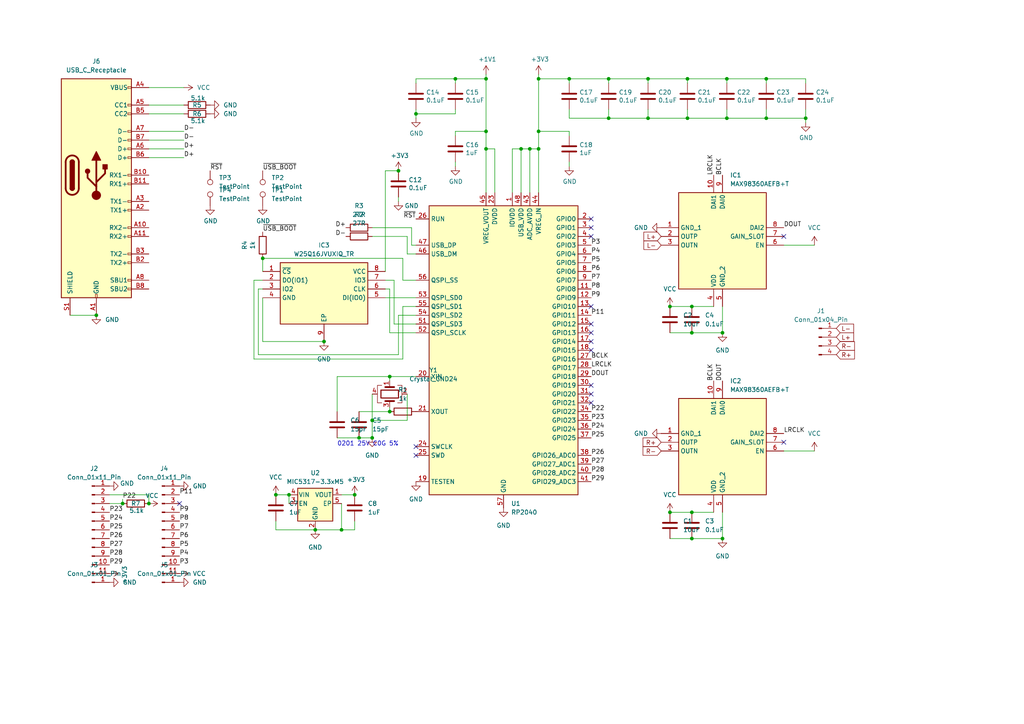
<source format=kicad_sch>
(kicad_sch (version 20231120) (generator "eeschema") (generator_version "8.0")
  (paper "A4")
  (lib_symbols
    (symbol "Connector:Conn_01x01_Pin" (pin_names (offset 1.016) hide)
      (property "Reference" "J" (at 0 2.54 0))
      (property "Value" "Conn_01x01_Pin" (at 0 -2.54 0))
      (symbol "Conn_01x01_Pin_1_1"
        (pin passive line (at 5.08 0 180) (length 3.81) (name "Pin_1") (number "1"))
      )
    )
    (symbol "Connector:Conn_01x04_Pin" (pin_names (offset 1.016) hide)
      (property "Reference" "J" (at 0 5.08 0))
      (property "Value" "Conn_01x04_Pin" (at 0 -7.62 0))
      (symbol "Conn_01x04_Pin_1_1"
        (pin passive line (at 5.08 2.54 180) (length 3.81) (name "Pin_1") (number "1"))
        (pin passive line (at 5.08 0 180) (length 3.81) (name "Pin_2") (number "2"))
        (pin passive line (at 5.08 -2.54 180) (length 3.81) (name "Pin_3") (number "3"))
        (pin passive line (at 5.08 -5.08 180) (length 3.81) (name "Pin_4") (number "4"))
      )
    )
    (symbol "Connector:Conn_01x11_Pin" (pin_names (offset 1.016) hide)
      (property "Reference" "J" (at 0 15.24 0))
      (property "Value" "Conn_01x11_Pin" (at 0 -15.24 0))
      (symbol "Conn_01x11_Pin_1_1"
        (pin passive line (at 5.08 12.7 180) (length 3.81) (name "Pin_1") (number "1"))
        (pin passive line (at 5.08 -10.16 180) (length 3.81) (name "Pin_10") (number "10"))
        (pin passive line (at 5.08 -12.7 180) (length 3.81) (name "Pin_11") (number "11"))
        (pin passive line (at 5.08 10.16 180) (length 3.81) (name "Pin_2") (number "2"))
        (pin passive line (at 5.08 7.62 180) (length 3.81) (name "Pin_3") (number "3"))
        (pin passive line (at 5.08 5.08 180) (length 3.81) (name "Pin_4") (number "4"))
        (pin passive line (at 5.08 2.54 180) (length 3.81) (name "Pin_5") (number "5"))
        (pin passive line (at 5.08 0 180) (length 3.81) (name "Pin_6") (number "6"))
        (pin passive line (at 5.08 -2.54 180) (length 3.81) (name "Pin_7") (number "7"))
        (pin passive line (at 5.08 -5.08 180) (length 3.81) (name "Pin_8") (number "8"))
        (pin passive line (at 5.08 -7.62 180) (length 3.81) (name "Pin_9") (number "9"))
      )
    )
    (symbol "Connector:TestPoint" (pin_numbers hide) (pin_names (offset 0.762) hide)
      (property "Reference" "TP" (at 0 6.858 0))
      (property "Value" "TestPoint" (at 0 5.08 0))
      (symbol "TestPoint_1_1"
        (pin passive line (at 0 0 90) (length 2.54) (name "1") (number "1"))
      )
    )
    (symbol "Connector:USB_C_Receptacle" (pin_names (offset 1.016))
      (property "Reference" "J" (at -10.16 29.21 0))
      (property "Value" "USB_C_Receptacle" (at 10.16 29.21 0))
      (symbol "USB_C_Receptacle_1_1"
        (pin passive line (at 0 -40.64 90) (length 5.08) (name "GND") (number "A1"))
        (pin bidirectional line (at 15.24 -15.24 180) (length 5.08) (name "RX2-") (number "A10"))
        (pin bidirectional line (at 15.24 -17.78 180) (length 5.08) (name "RX2+") (number "A11"))
        (pin passive line (at 0 -40.64 90) (length 5.08) hide (name "GND") (number "A12"))
        (pin bidirectional line (at 15.24 -10.16 180) (length 5.08) (name "TX1+") (number "A2"))
        (pin bidirectional line (at 15.24 -7.62 180) (length 5.08) (name "TX1-") (number "A3"))
        (pin passive line (at 15.24 25.4 180) (length 5.08) (name "VBUS") (number "A4"))
        (pin bidirectional line (at 15.24 20.32 180) (length 5.08) (name "CC1") (number "A5"))
        (pin bidirectional line (at 15.24 7.62 180) (length 5.08) (name "D+") (number "A6"))
        (pin bidirectional line (at 15.24 12.7 180) (length 5.08) (name "D-") (number "A7"))
        (pin bidirectional line (at 15.24 -30.48 180) (length 5.08) (name "SBU1") (number "A8"))
        (pin passive line (at 15.24 25.4 180) (length 5.08) hide (name "VBUS") (number "A9"))
        (pin passive line (at 0 -40.64 90) (length 5.08) hide (name "GND") (number "B1"))
        (pin bidirectional line (at 15.24 0 180) (length 5.08) (name "RX1-") (number "B10"))
        (pin bidirectional line (at 15.24 -2.54 180) (length 5.08) (name "RX1+") (number "B11"))
        (pin passive line (at 0 -40.64 90) (length 5.08) hide (name "GND") (number "B12"))
        (pin bidirectional line (at 15.24 -25.4 180) (length 5.08) (name "TX2+") (number "B2"))
        (pin bidirectional line (at 15.24 -22.86 180) (length 5.08) (name "TX2-") (number "B3"))
        (pin passive line (at 15.24 25.4 180) (length 5.08) hide (name "VBUS") (number "B4"))
        (pin bidirectional line (at 15.24 17.78 180) (length 5.08) (name "CC2") (number "B5"))
        (pin bidirectional line (at 15.24 5.08 180) (length 5.08) (name "D+") (number "B6"))
        (pin bidirectional line (at 15.24 10.16 180) (length 5.08) (name "D-") (number "B7"))
        (pin bidirectional line (at 15.24 -33.02 180) (length 5.08) (name "SBU2") (number "B8"))
        (pin passive line (at 15.24 25.4 180) (length 5.08) hide (name "VBUS") (number "B9"))
        (pin passive line (at -7.62 -40.64 90) (length 5.08) (name "SHIELD") (number "S1"))
      )
    )
    (symbol "Device:C" (pin_numbers hide) (pin_names (offset 0.254))
      (property "Reference" "C" (at 0.635 2.54 0))
      (property "Value" "C" (at 0.635 -2.54 0))
      (symbol "C_1_1"
        (pin passive line (at 0 3.81 270) (length 2.794) (name "~") (number "1"))
        (pin passive line (at 0 -3.81 90) (length 2.794) (name "~") (number "2"))
      )
    )
    (symbol "Device:Crystal_GND24" (pin_names (offset 1.016) hide)
      (property "Reference" "Y" (at 3.175 5.08 0))
      (property "Value" "Crystal_GND24" (at 3.175 3.175 0))
      (symbol "Crystal_GND24_1_1"
        (pin passive line (at -3.81 0 0) (length 1.27) (name "1") (number "1"))
        (pin passive line (at 0 5.08 270) (length 1.27) (name "2") (number "2"))
        (pin passive line (at 3.81 0 180) (length 1.27) (name "3") (number "3"))
        (pin passive line (at 0 -5.08 90) (length 1.27) (name "4") (number "4"))
      )
    )
    (symbol "Device:R" (pin_numbers hide) (pin_names (offset 0))
      (property "Reference" "R" (at 2.032 0 90))
      (property "Value" "R" (at 0 0 90))
      (symbol "R_1_1"
        (pin passive line (at 0 3.81 270) (length 1.27) (name "~") (number "1"))
        (pin passive line (at 0 -3.81 90) (length 1.27) (name "~") (number "2"))
      )
    )
    (symbol "MCU_RaspberryPi:RP2040"
      (property "Reference" "U" (at 17.78 45.72 0))
      (property "Value" "RP2040" (at 17.78 43.18 0))
      (symbol "RP2040_1_1"
        (pin power_in line (at 2.54 45.72 270) (length 3.81) (name "IOVDD") (number "1"))
        (pin passive line (at 2.54 45.72 270) (length 3.81) hide (name "IOVDD") (number "10"))
        (pin bidirectional line (at 25.4 17.78 180) (length 3.81) (name "GPIO8") (number "11"))
        (pin bidirectional line (at 25.4 15.24 180) (length 3.81) (name "GPIO9") (number "12"))
        (pin bidirectional line (at 25.4 12.7 180) (length 3.81) (name "GPIO10") (number "13"))
        (pin bidirectional line (at 25.4 10.16 180) (length 3.81) (name "GPIO11") (number "14"))
        (pin bidirectional line (at 25.4 7.62 180) (length 3.81) (name "GPIO12") (number "15"))
        (pin bidirectional line (at 25.4 5.08 180) (length 3.81) (name "GPIO13") (number "16"))
        (pin bidirectional line (at 25.4 2.54 180) (length 3.81) (name "GPIO14") (number "17"))
        (pin bidirectional line (at 25.4 0 180) (length 3.81) (name "GPIO15") (number "18"))
        (pin input line (at -25.4 -38.1 0) (length 3.81) (name "TESTEN") (number "19"))
        (pin bidirectional line (at 25.4 38.1 180) (length 3.81) (name "GPIO0") (number "2"))
        (pin input line (at -25.4 -7.62 0) (length 3.81) (name "XIN") (number "20"))
        (pin passive line (at -25.4 -17.78 0) (length 3.81) (name "XOUT") (number "21"))
        (pin passive line (at 2.54 45.72 270) (length 3.81) hide (name "IOVDD") (number "22"))
        (pin power_in line (at -2.54 45.72 270) (length 3.81) (name "DVDD") (number "23"))
        (pin input line (at -25.4 -27.94 0) (length 3.81) (name "SWCLK") (number "24"))
        (pin bidirectional line (at -25.4 -30.48 0) (length 3.81) (name "SWD") (number "25"))
        (pin input line (at -25.4 38.1 0) (length 3.81) (name "RUN") (number "26"))
        (pin bidirectional line (at 25.4 -2.54 180) (length 3.81) (name "GPIO16") (number "27"))
        (pin bidirectional line (at 25.4 -5.08 180) (length 3.81) (name "GPIO17") (number "28"))
        (pin bidirectional line (at 25.4 -7.62 180) (length 3.81) (name "GPIO18") (number "29"))
        (pin bidirectional line (at 25.4 35.56 180) (length 3.81) (name "GPIO1") (number "3"))
        (pin bidirectional line (at 25.4 -10.16 180) (length 3.81) (name "GPIO19") (number "30"))
        (pin bidirectional line (at 25.4 -12.7 180) (length 3.81) (name "GPIO20") (number "31"))
        (pin bidirectional line (at 25.4 -15.24 180) (length 3.81) (name "GPIO21") (number "32"))
        (pin passive line (at 2.54 45.72 270) (length 3.81) hide (name "IOVDD") (number "33"))
        (pin bidirectional line (at 25.4 -17.78 180) (length 3.81) (name "GPIO22") (number "34"))
        (pin bidirectional line (at 25.4 -20.32 180) (length 3.81) (name "GPIO23") (number "35"))
        (pin bidirectional line (at 25.4 -22.86 180) (length 3.81) (name "GPIO24") (number "36"))
        (pin bidirectional line (at 25.4 -25.4 180) (length 3.81) (name "GPIO25") (number "37"))
        (pin bidirectional line (at 25.4 -30.48 180) (length 3.81) (name "GPIO26_ADC0") (number "38"))
        (pin bidirectional line (at 25.4 -33.02 180) (length 3.81) (name "GPIO27_ADC1") (number "39"))
        (pin bidirectional line (at 25.4 33.02 180) (length 3.81) (name "GPIO2") (number "4"))
        (pin bidirectional line (at 25.4 -35.56 180) (length 3.81) (name "GPIO28_ADC2") (number "40"))
        (pin bidirectional line (at 25.4 -38.1 180) (length 3.81) (name "GPIO29_ADC3") (number "41"))
        (pin passive line (at 2.54 45.72 270) (length 3.81) hide (name "IOVDD") (number "42"))
        (pin power_in line (at 7.62 45.72 270) (length 3.81) (name "ADC_AVDD") (number "43"))
        (pin power_in line (at 10.16 45.72 270) (length 3.81) (name "VREG_IN") (number "44"))
        (pin power_out line (at -5.08 45.72 270) (length 3.81) (name "VREG_VOUT") (number "45"))
        (pin bidirectional line (at -25.4 27.94 0) (length 3.81) (name "USB_DM") (number "46"))
        (pin bidirectional line (at -25.4 30.48 0) (length 3.81) (name "USB_DP") (number "47"))
        (pin power_in line (at 5.08 45.72 270) (length 3.81) (name "USB_VDD") (number "48"))
        (pin passive line (at 2.54 45.72 270) (length 3.81) hide (name "IOVDD") (number "49"))
        (pin bidirectional line (at 25.4 30.48 180) (length 3.81) (name "GPIO3") (number "5"))
        (pin passive line (at -2.54 45.72 270) (length 3.81) hide (name "DVDD") (number "50"))
        (pin bidirectional line (at -25.4 7.62 0) (length 3.81) (name "QSPI_SD3") (number "51"))
        (pin output line (at -25.4 5.08 0) (length 3.81) (name "QSPI_SCLK") (number "52"))
        (pin bidirectional line (at -25.4 15.24 0) (length 3.81) (name "QSPI_SD0") (number "53"))
        (pin bidirectional line (at -25.4 10.16 0) (length 3.81) (name "QSPI_SD2") (number "54"))
        (pin bidirectional line (at -25.4 12.7 0) (length 3.81) (name "QSPI_SD1") (number "55"))
        (pin bidirectional line (at -25.4 20.32 0) (length 3.81) (name "QSPI_SS") (number "56"))
        (pin power_in line (at 0 -45.72 90) (length 3.81) (name "GND") (number "57"))
        (pin bidirectional line (at 25.4 27.94 180) (length 3.81) (name "GPIO4") (number "6"))
        (pin bidirectional line (at 25.4 25.4 180) (length 3.81) (name "GPIO5") (number "7"))
        (pin bidirectional line (at 25.4 22.86 180) (length 3.81) (name "GPIO6") (number "8"))
        (pin bidirectional line (at 25.4 20.32 180) (length 3.81) (name "GPIO7") (number "9"))
      )
    )
    (symbol "Regulator_Linear:MIC5317-3.3xM5" (pin_names (offset 0.254))
      (property "Reference" "U2" (at 0 8.89 0))
      (property "Value" "MIC5317-3.3xM5" (at 0 6.35 0))
      (symbol "MIC5317-3.3xM5_1_1"
        (pin power_out line (at 7.62 2.54 180) (length 2.54) (name "VOUT") (number "1"))
        (pin power_in line (at 0 -7.62 90) (length 2.54) (name "GND") (number "2"))
        (pin input line (at -7.62 0 0) (length 2.54) (name "EN") (number "3"))
        (pin power_in line (at -7.62 2.54 0) (length 2.54) (name "VIN") (number "4"))
        (pin free line (at 7.62 0 180) (length 2.54) (name "EP") (number "5"))
      )
    )
    (symbol "SamacSys_Parts:MAX98360AEFB+T"
      (property "Reference" "IC" (at 31.75 15.24 0))
      (property "Value" "MAX98360AEFB+T" (at 31.75 12.7 0))
      (symbol "MAX98360AEFB+T_1_1"
        (pin passive line (at 0 0 0) (length 5.08) (name "GND_1") (number "1"))
        (pin passive line (at 15.24 15.24 270) (length 5.08) (name "DAI1") (number "10"))
        (pin passive line (at 0 -2.54 0) (length 5.08) (name "OUTP") (number "2"))
        (pin passive line (at 0 -5.08 0) (length 5.08) (name "OUTN") (number "3"))
        (pin passive line (at 15.24 -22.86 90) (length 5.08) (name "VDD") (number "4"))
        (pin passive line (at 17.78 -22.86 90) (length 5.08) (name "GND_2") (number "5"))
        (pin passive line (at 35.56 -5.08 180) (length 5.08) (name "EN") (number "6"))
        (pin passive line (at 35.56 -2.54 180) (length 5.08) (name "GAIN_SLOT") (number "7"))
        (pin passive line (at 35.56 0 180) (length 5.08) (name "DAI2") (number "8"))
        (pin passive line (at 17.78 15.24 270) (length 5.08) (name "DAI0") (number "9"))
      )
    )
    (symbol "SamacSys_Parts:W25Q16JVUXIQ_TR"
      (property "Reference" "IC" (at 31.75 7.62 0))
      (property "Value" "W25Q16JVUXIQ_TR" (at 31.75 5.08 0))
      (symbol "W25Q16JVUXIQ_TR_1_1"
        (pin passive line (at 0 0 0) (length 5.08) (name "~{CS}") (number "1"))
        (pin passive line (at 0 -2.54 0) (length 5.08) (name "DO(IO1)") (number "2"))
        (pin passive line (at 0 -5.08 0) (length 5.08) (name "IO2") (number "3"))
        (pin passive line (at 0 -7.62 0) (length 5.08) (name "GND") (number "4"))
        (pin passive line (at 35.56 -7.62 180) (length 5.08) (name "DI(IO0)") (number "5"))
        (pin passive line (at 35.56 -5.08 180) (length 5.08) (name "CLK") (number "6"))
        (pin passive line (at 35.56 -2.54 180) (length 5.08) (name "IO3") (number "7"))
        (pin passive line (at 35.56 0 180) (length 5.08) (name "VCC") (number "8"))
        (pin passive line (at 17.78 -20.32 90) (length 5.08) (name "EP") (number "9"))
      )
    )
    (symbol "power:+1V1" (power) (pin_names (offset 0))
      (property "Value" "+1V1" (at 0 3.556 0))
      (symbol "+1V1_1_1"
        (pin power_in line (at 0 0 90) (length 0) hide (name "+1V1") (number "1"))
      )
    )
    (symbol "power:+3V3" (power) (pin_names (offset 0))
      (property "Value" "+3V3" (at 0 3.556 0))
      (symbol "+3V3_1_1"
        (pin power_in line (at 0 0 90) (length 0) hide (name "+3V3") (number "1"))
      )
    )
    (symbol "power:GND" (power) (pin_names (offset 0))
      (property "Value" "GND" (at 0 -3.81 0))
      (symbol "GND_1_1"
        (pin power_in line (at 0 0 270) (length 0) hide (name "GND") (number "1"))
      )
    )
    (symbol "power:VCC" (power) (pin_names (offset 0))
      (property "Value" "VCC" (at 0 3.81 0))
      (symbol "VCC_1_1"
        (pin power_in line (at 0 0 90) (length 0) hide (name "VCC") (number "1"))
      )
    )
  )
  (junction (at 93.98 99.06))
  (junction (at 107.95 127))
  (junction (at 151.13 43.18))
  (junction (at 113.03 119.38))
  (junction (at 200.66 148.59))
  (junction (at 165.1 22.86))
  (junction (at 27.94 91.44))
  (junction (at 209.55 96.52))
  (junction (at 209.55 156.21))
  (junction (at 199.39 22.86))
  (junction (at 187.96 22.86))
  (junction (at 153.67 43.18))
  (junction (at 200.66 156.21))
  (junction (at 222.25 34.29))
  (junction (at 91.44 153.67))
  (junction (at 210.82 22.86))
  (junction (at 194.31 88.9))
  (junction (at 120.65 33.02))
  (junction (at 115.57 49.53))
  (junction (at 102.87 143.51))
  (junction (at 199.39 34.29))
  (junction (at 104.14 127))
  (junction (at 194.31 148.59))
  (junction (at 107.95 121.92))
  (junction (at 43.18 146.05))
  (junction (at 156.21 38.1))
  (junction (at 187.96 34.29))
  (junction (at 83.82 143.51))
  (junction (at 176.53 22.86))
  (junction (at 176.53 34.29))
  (junction (at 132.08 22.86))
  (junction (at 156.21 22.86))
  (junction (at 210.82 34.29))
  (junction (at 222.25 22.86))
  (junction (at 140.97 22.86))
  (junction (at 99.06 153.67))
  (junction (at 200.66 88.9))
  (junction (at 140.97 38.1))
  (junction (at 35.56 146.05))
  (junction (at 80.01 143.51))
  (junction (at 233.68 34.29))
  (junction (at 140.97 43.18))
  (junction (at 76.2 74.93))
  (junction (at 156.21 43.18))
  (junction (at 113.03 109.22))
  (junction (at 200.66 96.52))
  (no_connect (at 171.45 66.04))
  (no_connect (at 171.45 111.76))
  (no_connect (at 171.45 63.5))
  (no_connect (at 120.65 129.54))
  (no_connect (at 227.33 128.27))
  (no_connect (at 171.45 116.84))
  (no_connect (at 52.07 146.05))
  (no_connect (at 171.45 99.06))
  (no_connect (at 171.45 114.3))
  (no_connect (at 171.45 88.9))
  (no_connect (at 171.45 96.52))
  (no_connect (at 171.45 101.6))
  (no_connect (at 171.45 93.98))
  (no_connect (at 120.65 132.08))
  (no_connect (at 171.45 68.58))
  (no_connect (at 227.33 68.58))
  (wire (pts (xy 165.1 24.13) (xy 165.1 22.86)))
  (wire (pts (xy 227.33 71.12) (xy 236.22 71.12)))
  (wire (pts (xy 97.79 119.38) (xy 97.79 109.22)))
  (wire (pts (xy 120.65 81.28) (xy 116.84 81.28)))
  (wire (pts (xy 200.66 88.9) (xy 207.01 88.9)))
  (wire (pts (xy 165.1 31.75) (xy 165.1 34.29)))
  (wire (pts (xy 210.82 31.75) (xy 210.82 34.29)))
  (wire (pts (xy 118.11 68.58) (xy 107.95 68.58)))
  (wire (pts (xy 200.66 96.52) (xy 209.55 96.52)))
  (wire (pts (xy 120.65 22.86) (xy 132.08 22.86)))
  (wire (pts (xy 43.18 45.72) (xy 53.34 45.72)))
  (wire (pts (xy 97.79 127) (xy 104.14 127)))
  (wire (pts (xy 43.18 40.64) (xy 53.34 40.64)))
  (wire (pts (xy 200.66 156.21) (xy 209.55 156.21)))
  (wire (pts (xy 43.18 143.51) (xy 43.18 146.05)))
  (wire (pts (xy 76.2 86.36) (xy 76.2 99.06)))
  (wire (pts (xy 199.39 24.13) (xy 199.39 22.86)))
  (wire (pts (xy 119.38 66.04) (xy 119.38 71.12)))
  (wire (pts (xy 120.65 109.22) (xy 113.03 109.22)))
  (wire (pts (xy 104.14 119.38) (xy 113.03 119.38)))
  (wire (pts (xy 104.14 127) (xy 107.95 127)))
  (wire (pts (xy 111.76 49.53) (xy 111.76 78.74)))
  (wire (pts (xy 111.76 49.53) (xy 115.57 49.53)))
  (wire (pts (xy 233.68 31.75) (xy 233.68 34.29)))
  (wire (pts (xy 140.97 43.18) (xy 140.97 55.88)))
  (wire (pts (xy 194.31 88.9) (xy 200.66 88.9)))
  (wire (pts (xy 132.08 33.02) (xy 132.08 31.75)))
  (wire (pts (xy 187.96 24.13) (xy 187.96 22.86)))
  (wire (pts (xy 156.21 38.1) (xy 165.1 38.1)))
  (wire (pts (xy 153.67 55.88) (xy 153.67 43.18)))
  (wire (pts (xy 107.95 127) (xy 107.95 121.92)))
  (wire (pts (xy 120.65 31.75) (xy 120.65 33.02)))
  (wire (pts (xy 222.25 34.29) (xy 233.68 34.29)))
  (wire (pts (xy 156.21 21.59) (xy 156.21 22.86)))
  (wire (pts (xy 116.84 74.93) (xy 76.2 74.93)))
  (wire (pts (xy 187.96 31.75) (xy 187.96 34.29)))
  (wire (pts (xy 151.13 55.88) (xy 151.13 43.18)))
  (wire (pts (xy 113.03 83.82) (xy 111.76 83.82)))
  (wire (pts (xy 115.57 102.87) (xy 115.57 91.44)))
  (wire (pts (xy 120.65 33.02) (xy 120.65 34.29)))
  (wire (pts (xy 74.93 102.87) (xy 115.57 102.87)))
  (wire (pts (xy 132.08 24.13) (xy 132.08 22.86)))
  (wire (pts (xy 151.13 43.18) (xy 153.67 43.18)))
  (wire (pts (xy 115.57 91.44) (xy 120.65 91.44)))
  (wire (pts (xy 113.03 119.38) (xy 113.03 118.11)))
  (wire (pts (xy 120.65 96.52) (xy 113.03 96.52)))
  (wire (pts (xy 113.03 96.52) (xy 113.03 83.82)))
  (wire (pts (xy 116.84 104.14) (xy 73.66 104.14)))
  (wire (pts (xy 120.65 88.9) (xy 116.84 88.9)))
  (wire (pts (xy 80.01 153.67) (xy 91.44 153.67)))
  (wire (pts (xy 176.53 22.86) (xy 187.96 22.86)))
  (wire (pts (xy 176.53 34.29) (xy 165.1 34.29)))
  (wire (pts (xy 31.75 146.05) (xy 35.56 146.05)))
  (wire (pts (xy 132.08 39.37) (xy 132.08 38.1)))
  (wire (pts (xy 118.11 73.66) (xy 118.11 68.58)))
  (wire (pts (xy 165.1 46.99) (xy 165.1 48.26)))
  (wire (pts (xy 43.18 33.02) (xy 53.34 33.02)))
  (wire (pts (xy 111.76 81.28) (xy 114.3 81.28)))
  (wire (pts (xy 91.44 153.67) (xy 99.06 153.67)))
  (wire (pts (xy 143.51 43.18) (xy 140.97 43.18)))
  (wire (pts (xy 132.08 22.86) (xy 140.97 22.86)))
  (wire (pts (xy 140.97 38.1) (xy 140.97 43.18)))
  (wire (pts (xy 43.18 30.48) (xy 53.34 30.48)))
  (wire (pts (xy 156.21 22.86) (xy 156.21 38.1)))
  (wire (pts (xy 165.1 39.37) (xy 165.1 38.1)))
  (wire (pts (xy 74.93 83.82) (xy 74.93 102.87)))
  (wire (pts (xy 143.51 55.88) (xy 143.51 43.18)))
  (wire (pts (xy 148.59 55.88) (xy 148.59 43.18)))
  (wire (pts (xy 99.06 153.67) (xy 102.87 153.67)))
  (wire (pts (xy 114.3 93.98) (xy 120.65 93.98)))
  (wire (pts (xy 222.25 24.13) (xy 222.25 22.86)))
  (wire (pts (xy 83.82 143.51) (xy 83.82 146.05)))
  (wire (pts (xy 43.18 43.18) (xy 53.34 43.18)))
  (wire (pts (xy 140.97 22.86) (xy 140.97 38.1)))
  (wire (pts (xy 120.65 24.13) (xy 120.65 22.86)))
  (wire (pts (xy 194.31 148.59) (xy 200.66 148.59)))
  (wire (pts (xy 43.18 38.1) (xy 53.34 38.1)))
  (wire (pts (xy 80.01 143.51) (xy 83.82 143.51)))
  (wire (pts (xy 115.57 57.15) (xy 115.57 58.42)))
  (wire (pts (xy 119.38 71.12) (xy 120.65 71.12)))
  (wire (pts (xy 120.65 33.02) (xy 132.08 33.02)))
  (wire (pts (xy 140.97 21.59) (xy 140.97 22.86)))
  (wire (pts (xy 132.08 46.99) (xy 132.08 48.26)))
  (wire (pts (xy 153.67 43.18) (xy 156.21 43.18)))
  (wire (pts (xy 99.06 146.05) (xy 99.06 153.67)))
  (wire (pts (xy 35.56 144.78) (xy 35.56 146.05)))
  (wire (pts (xy 80.01 151.13) (xy 80.01 153.67)))
  (wire (pts (xy 187.96 34.29) (xy 176.53 34.29)))
  (wire (pts (xy 156.21 38.1) (xy 156.21 43.18)))
  (wire (pts (xy 222.25 34.29) (xy 210.82 34.29)))
  (wire (pts (xy 73.66 104.14) (xy 73.66 81.28)))
  (wire (pts (xy 210.82 34.29) (xy 199.39 34.29)))
  (wire (pts (xy 199.39 31.75) (xy 199.39 34.29)))
  (wire (pts (xy 148.59 43.18) (xy 151.13 43.18)))
  (wire (pts (xy 210.82 22.86) (xy 222.25 22.86)))
  (wire (pts (xy 194.31 156.21) (xy 200.66 156.21)))
  (wire (pts (xy 200.66 148.59) (xy 207.01 148.59)))
  (wire (pts (xy 199.39 34.29) (xy 187.96 34.29)))
  (wire (pts (xy 99.06 143.51) (xy 102.87 143.51)))
  (wire (pts (xy 114.3 81.28) (xy 114.3 93.98)))
  (wire (pts (xy 107.95 114.3) (xy 107.95 121.92)))
  (wire (pts (xy 107.95 66.04) (xy 119.38 66.04)))
  (wire (pts (xy 165.1 22.86) (xy 176.53 22.86)))
  (wire (pts (xy 176.53 24.13) (xy 176.53 22.86)))
  (wire (pts (xy 116.84 81.28) (xy 116.84 74.93)))
  (wire (pts (xy 76.2 74.93) (xy 76.2 78.74)))
  (wire (pts (xy 156.21 43.18) (xy 156.21 55.88)))
  (wire (pts (xy 111.76 86.36) (xy 120.65 86.36)))
  (wire (pts (xy 187.96 22.86) (xy 199.39 22.86)))
  (wire (pts (xy 222.25 22.86) (xy 233.68 22.86)))
  (wire (pts (xy 107.95 121.92) (xy 118.11 121.92)))
  (wire (pts (xy 20.32 91.44) (xy 27.94 91.44)))
  (wire (pts (xy 120.65 73.66) (xy 118.11 73.66)))
  (wire (pts (xy 233.68 34.29) (xy 233.68 35.56)))
  (wire (pts (xy 233.68 24.13) (xy 233.68 22.86)))
  (wire (pts (xy 43.18 25.4) (xy 53.34 25.4)))
  (wire (pts (xy 194.31 96.52) (xy 200.66 96.52)))
  (wire (pts (xy 132.08 38.1) (xy 140.97 38.1)))
  (wire (pts (xy 116.84 88.9) (xy 116.84 104.14)))
  (wire (pts (xy 222.25 31.75) (xy 222.25 34.29)))
  (wire (pts (xy 199.39 22.86) (xy 210.82 22.86)))
  (wire (pts (xy 31.75 143.51) (xy 43.18 143.51)))
  (wire (pts (xy 209.55 156.21) (xy 209.55 148.59)))
  (wire (pts (xy 210.82 24.13) (xy 210.82 22.86)))
  (wire (pts (xy 97.79 109.22) (xy 113.03 109.22)))
  (wire (pts (xy 76.2 83.82) (xy 74.93 83.82)))
  (wire (pts (xy 113.03 109.22) (xy 113.03 110.49)))
  (wire (pts (xy 93.98 99.06) (xy 76.2 99.06)))
  (wire (pts (xy 102.87 153.67) (xy 102.87 151.13)))
  (wire (pts (xy 118.11 114.3) (xy 118.11 121.92)))
  (wire (pts (xy 227.33 130.81) (xy 236.22 130.81)))
  (wire (pts (xy 156.21 22.86) (xy 165.1 22.86)))
  (wire (pts (xy 176.53 31.75) (xy 176.53 34.29)))
  (wire (pts (xy 73.66 81.28) (xy 76.2 81.28)))
  (wire (pts (xy 209.55 96.52) (xy 209.55 88.9)))
  (text "0201 25V C0G 5%" (at 97.79 129.54 0) (effects (font (size 1.27 1.27)) (justify left bottom)))
  (label "BCLK" (at 171.45 104.14 0))
  (label "P3" (at 171.45 71.12 0))
  (label "P29" (at 31.75 163.83 0))
  (label "D+" (at 53.34 45.72 0))
  (label "~{RST}" (at 120.65 63.5 180))
  (label "P5" (at 52.07 158.75 0))
  (label "P4" (at 52.07 161.29 0))
  (label "P4" (at 171.45 73.66 0))
  (label "P29" (at 171.45 139.7 0))
  (label "DOUT" (at 227.33 66.04 0))
  (label "P27" (at 171.45 134.62 0))
  (label "P9" (at 171.45 86.36 0))
  (label "P27" (at 31.75 158.75 0))
  (label "P6" (at 171.45 78.74 0))
  (label "P24" (at 31.75 151.13 0))
  (label "P22" (at 35.56 144.78 0))
  (label "P28" (at 31.75 161.29 0))
  (label "~{USB_BOOT}" (at 76.2 49.53 0))
  (label "~{USB_BOOT}" (at 76.2 67.31 0))
  (label "D+" (at 100.33 66.04 180))
  (label "DOUT" (at 171.45 109.22 0))
  (label "P26" (at 171.45 132.08 0))
  (label "P25" (at 171.45 127 0))
  (label "P28" (at 171.45 137.16 0))
  (label "P24" (at 171.45 124.46 0))
  (label "LRCLK" (at 207.01 50.8 90))
  (label "LRCLK" (at 227.33 125.73 0))
  (label "~{RST}" (at 60.96 49.53 0))
  (label "P22" (at 171.45 119.38 0))
  (label "P8" (at 171.45 83.82 0))
  (label "D+" (at 53.34 43.18 0))
  (label "P8" (at 52.07 151.13 0))
  (label "D-" (at 53.34 38.1 0))
  (label "P25" (at 31.75 153.67 0))
  (label "BCLK" (at 207.01 110.49 90))
  (label "P6" (at 52.07 156.21 0))
  (label "LRCLK" (at 171.45 106.68 0))
  (label "P3" (at 52.07 163.83 0))
  (label "P9" (at 52.07 148.59 0))
  (label "P5" (at 171.45 76.2 0))
  (label "P23" (at 31.75 148.59 0))
  (label "P7" (at 171.45 81.28 0))
  (label "BCLK" (at 209.55 50.8 90))
  (label "D-" (at 53.34 40.64 0))
  (label "D-" (at 100.33 68.58 180))
  (label "P7" (at 52.07 153.67 0))
  (label "DOUT" (at 209.55 110.49 90))
  (label "P23" (at 171.45 121.92 0))
  (label "P11" (at 52.07 143.51 0))
  (label "P26" (at 31.75 156.21 0))
  (label "P11" (at 171.45 91.44 0))
  (global_label "R+" (shape input) (at 191.77 128.27 180) (property "Intersheetrefs" "${INTERSHEET_REFS}" (effects (hide yes))))
  (global_label "L-" (shape input) (at 191.77 71.12 180) (property "Intersheetrefs" "${INTERSHEET_REFS}" (effects (hide yes))))
  (global_label "R+" (shape input) (at 242.57 102.87 0) (property "Intersheetrefs" "${INTERSHEET_REFS}" (effects (hide yes))))
  (global_label "R-" (shape input) (at 242.57 100.33 0) (property "Intersheetrefs" "${INTERSHEET_REFS}" (effects (hide yes))))
  (global_label "R-" (shape input) (at 191.77 130.81 180) (property "Intersheetrefs" "${INTERSHEET_REFS}" (effects (hide yes))))
  (global_label "L-" (shape input) (at 242.57 95.25 0) (property "Intersheetrefs" "${INTERSHEET_REFS}" (effects (hide yes))))
  (global_label "L+" (shape input) (at 191.77 68.58 180) (property "Intersheetrefs" "${INTERSHEET_REFS}" (effects (hide yes))))
  (global_label "L+" (shape input) (at 242.57 97.79 0) (property "Intersheetrefs" "${INTERSHEET_REFS}" (effects (hide yes))))
  (symbol (lib_id "Device:C") (at 233.68 27.94 0) (unit 1)
    (property "Reference" "C24" (at 236.601 26.7716 0) (effects (justify left)))
    (property "Value" "0.1uF" (at 236.601 29.083 0) (effects (justify left)))
    (property "Footprint" "Capacitor_SMD:C_0201_0603Metric" (effects (hide yes)))
    (property "Manufacturer_Name" "Murata" (effects (hide yes)))
    (property "Manufacturer_Part_Number" "GRM033C80J104KE15D" (effects (hide yes)))
    (property "Mouser Part Number" "81-GRM33C80J104KE15D" (effects (hide yes)))
  )
  (symbol (lib_id "Connector:USB_C_Receptacle") (at 27.94 50.8 0) (unit 1)
    (property "Reference" "J6" (at 27.94 17.78 0))
    (property "Value" "USB_C_Receptacle" (at 27.94 20.32 0))
    (property "Footprint" "Ownstr-Library:USB_C_Plug_Straddle" (effects (hide yes)))
    (property "Datasheet" "https://www.usb.org/sites/default/files/documents/usb_type-c.zip" (effects (hide yes)))
    (property "Description" "USB Full-Featured Type-C Receptacle connector" (effects (hide yes)))
  )
  (symbol (lib_id "power:GND") (at 31.75 140.97 90) (unit 1)
    (property "Reference" "#PWR021" (effects (hide yes)))
    (property "Value" "GND" (at 34.798 140.208 90) (effects (justify right)))
  )
  (symbol (lib_id "Connector:Conn_01x11_Pin") (at 26.67 153.67 0) (unit 1)
    (property "Reference" "J2" (at 27.305 135.89 0))
    (property "Value" "Conn_01x11_Pin" (at 27.305 138.43 0))
    (property "Footprint" "Connector_PinHeader_2.00mm:PinHeader_1x11_P2.00mm_Vertical" (effects (hide yes)))
  )
  (symbol (lib_id "Device:C") (at 187.96 27.94 0) (unit 1)
    (property "Reference" "C20" (at 190.881 26.7716 0) (effects (justify left)))
    (property "Value" "0.1uF" (at 190.881 29.083 0) (effects (justify left)))
    (property "Footprint" "Capacitor_SMD:C_0201_0603Metric" (effects (hide yes)))
    (property "Manufacturer_Name" "Murata" (effects (hide yes)))
    (property "Manufacturer_Part_Number" "GRM033C80J104KE15D" (effects (hide yes)))
    (property "Mouser Part Number" "81-GRM33C80J104KE15D" (effects (hide yes)))
  )
  (symbol (lib_id "Device:Crystal_GND24") (at 113.03 114.3 270) (unit 1)
    (property "Reference" "Y1" (at 125.73 107.3719 90))
    (property "Value" "Crystal_GND24" (at 125.73 109.9119 90))
    (property "Footprint" "Crystal:Crystal_SMD_3225-4Pin_3.2x2.5mm" (effects (hide yes)))
    (property "Manufacturer_Name" "ECS" (effects (hide yes)))
    (property "Manufacturer_Part_Number" "ECS-120-10-33-AGM-TR" (effects (hide yes)))
    (property "Mouser Part Number" "520-120-10-33-AGMT" (effects (hide yes)))
  )
  (symbol (lib_id "power:GND") (at 233.68 35.56 0) (unit 1)
    (property "Reference" "#PWR035" (effects (hide yes)))
    (property "Value" "GND" (at 233.807 39.9542 0))
  )
  (symbol (lib_id "power:GND") (at 115.57 58.42 0) (unit 1)
    (property "Reference" "#PWR025" (effects (hide yes)))
    (property "Value" "GND" (at 119.38 59.69 0))
  )
  (symbol (lib_id "Device:C") (at 132.08 27.94 0) (unit 1)
    (property "Reference" "C15" (at 135.001 26.7716 0) (effects (justify left)))
    (property "Value" "0.1uF" (at 135.001 29.083 0) (effects (justify left)))
    (property "Footprint" "Capacitor_SMD:C_0201_0603Metric" (effects (hide yes)))
    (property "Manufacturer_Name" "Murata" (effects (hide yes)))
    (property "Manufacturer_Part_Number" "GRM033C80J104KE15D" (effects (hide yes)))
    (property "Mouser Part Number" "81-GRM33C80J104KE15D" (effects (hide yes)))
  )
  (symbol (lib_id "power:VCC") (at 53.34 25.4 270) (unit 1)
    (property "Reference" "#PWR020" (effects (hide yes)))
    (property "Value" "VCC" (at 57.15 25.4 90) (effects (justify left)))
  )
  (symbol (lib_id "Device:C") (at 210.82 27.94 0) (unit 1)
    (property "Reference" "C22" (at 213.741 26.7716 0) (effects (justify left)))
    (property "Value" "0.1uF" (at 213.741 29.083 0) (effects (justify left)))
    (property "Footprint" "Capacitor_SMD:C_0201_0603Metric" (effects (hide yes)))
    (property "Manufacturer_Name" "Murata" (effects (hide yes)))
    (property "Manufacturer_Part_Number" "GRM033C80J104KE15D" (effects (hide yes)))
    (property "Mouser Part Number" "81-GRM33C80J104KE15D" (effects (hide yes)))
  )
  (symbol (lib_id "power:GND") (at 120.65 139.7 0) (unit 1)
    (property "Reference" "#PWR017" (effects (hide yes)))
    (property "Value" "GND" (at 120.65 144.78 0))
  )
  (symbol (lib_id "power:VCC") (at 52.07 166.37 270) (unit 1)
    (property "Reference" "#PWR026" (effects (hide yes)))
    (property "Value" "VCC" (at 55.88 166.37 90) (effects (justify left)))
  )
  (symbol (lib_id "power:GND") (at 60.96 59.69 0) (unit 1)
    (property "Reference" "#PWR031" (effects (hide yes)))
    (property "Value" "GND" (at 61.087 64.0842 0))
  )
  (symbol (lib_id "Device:R") (at 57.15 33.02 90) (unit 1)
    (property "Reference" "R6" (at 57.15 33.02 90))
    (property "Value" "5.1k" (at 57.404 35.052 90))
    (property "Footprint" "Resistor_SMD:R_0201_0603Metric" (effects (hide yes)))
    (property "Manufacturer_Name" "YAGEO" (effects (hide yes)))
    (property "Manufacturer_Part_Number" "RC0201JR-075K1L" (effects (hide yes)))
    (property "Mouser Part Number" "603-RC0201JR-075K1L" (effects (hide yes)))
  )
  (symbol (lib_id "SamacSys_Parts:MAX98360AEFB+T") (at 191.77 66.04 0) (unit 1)
    (property "Reference" "IC1" (at 211.7441 50.8 0) (effects (justify left)))
    (property "Value" "MAX98360AEFB+T" (at 211.7441 53.34 0) (effects (justify left)))
    (property "Footprint" "SamacSys_Parts:MAX98360AEFB" (effects (hide yes)))
    (property "Datasheet" "https://www.mouser.jp/datasheet/2/256/MAX98360A-MAX98360D-1839867.pdf" (effects (hide yes)))
    (property "Mouser Part Number" "700-MAX98360AEFB+T" (effects (hide yes)))
    (property "Manufacturer_Name" "Analog Devices Inc." (effects (hide yes)))
    (property "Manufacturer_Part_Number" "MAX98360AEFB+T" (effects (hide yes)))
  )
  (symbol (lib_id "power:GND") (at 93.98 99.06 0) (unit 1)
    (property "Reference" "#PWR013" (effects (hide yes)))
    (property "Value" "GND" (at 93.98 104.14 0))
  )
  (symbol (lib_id "Device:R") (at 57.15 30.48 90) (unit 1)
    (property "Reference" "R5" (at 57.15 30.48 90))
    (property "Value" "5.1k" (at 57.404 28.448 90))
    (property "Footprint" "Resistor_SMD:R_0201_0603Metric" (effects (hide yes)))
    (property "Manufacturer_Name" "YAGEO" (effects (hide yes)))
    (property "Manufacturer_Part_Number" "RC0201JR-075K1L" (effects (hide yes)))
    (property "Mouser Part Number" "603-RC0201JR-075K1L" (effects (hide yes)))
  )
  (symbol (lib_id "Connector:TestPoint") (at 60.96 49.53 180) (unit 1)
    (property "Reference" "TP3" (at 63.5 51.562 0) (effects (justify right)))
    (property "Value" "TestPoint" (at 63.5 54.102 0) (effects (justify right)))
    (property "Footprint" "TestPoint:TestPoint_Pad_1.0x1.0mm" (effects (hide yes)))
  )
  (symbol (lib_id "Device:R") (at 116.84 119.38 90) (unit 1)
    (property "Reference" "R1" (at 116.84 113.03 90))
    (property "Value" "1k" (at 116.84 115.57 90))
    (property "Footprint" "Resistor_SMD:R_0402_1005Metric" (effects (hide yes)))
    (property "Manufacturer_Name" "Vishay" (effects (hide yes)))
    (property "Manufacturer_Part_Number" "CRCW04021K00FKED" (effects (hide yes)))
    (property "Mouser Part Number" "71-CRCW0402-1.0K-E3" (effects (hide yes)))
  )
  (symbol (lib_id "SamacSys_Parts:MAX98360AEFB+T") (at 191.77 125.73 0) (unit 1)
    (property "Reference" "IC2" (at 211.7441 110.49 0) (effects (justify left)))
    (property "Value" "MAX98360AEFB+T" (at 211.7441 113.03 0) (effects (justify left)))
    (property "Footprint" "SamacSys_Parts:MAX98360AEFB" (effects (hide yes)))
    (property "Datasheet" "https://www.mouser.jp/datasheet/2/256/MAX98360A-MAX98360D-1839867.pdf" (effects (hide yes)))
    (property "Mouser Part Number" "700-MAX98360AEFB+T" (effects (hide yes)))
    (property "Manufacturer_Name" "Analog Devices Inc." (effects (hide yes)))
    (property "Manufacturer_Part_Number" "MAX98360AEFB+T" (effects (hide yes)))
  )
  (symbol (lib_id "Device:C") (at 165.1 43.18 0) (unit 1)
    (property "Reference" "C18" (at 168.021 42.0116 0) (effects (justify left)))
    (property "Value" "1uF" (at 168.021 44.323 0) (effects (justify left)))
    (property "Footprint" "Capacitor_SMD:C_0402_1005Metric" (effects (hide yes)))
    (property "Manufacturer_Name" "Murata" (effects (hide yes)))
    (property "Manufacturer_Part_Number" "GRM155C81A105KA12J" (effects (hide yes)))
    (property "Mouser Part Number" "81-GRM155C81A105KA2J" (effects (hide yes)))
  )
  (symbol (lib_id "Device:C") (at 80.01 147.32 0) (unit 1)
    (property "Reference" "C7" (at 83.82 146.05 0) (effects (justify left)))
    (property "Value" "1uF" (at 83.82 148.59 0) (effects (justify left)))
    (property "Footprint" "Capacitor_SMD:C_0402_1005Metric" (effects (hide yes)))
    (property "Manufacturer_Name" "Murata" (effects (hide yes)))
    (property "Manufacturer_Part_Number" "GRM155C81A105KA12J" (effects (hide yes)))
    (property "Mouser Part Number" "81-GRM155C81A105KA2J" (effects (hide yes)))
  )
  (symbol (lib_id "power:GND") (at 76.2 59.69 0) (unit 1)
    (property "Reference" "#PWR018" (effects (hide yes)))
    (property "Value" "GND" (at 76.327 64.0842 0))
  )
  (symbol (lib_id "Device:R") (at 104.14 66.04 90) (unit 1)
    (property "Reference" "R3" (at 104.14 59.69 90))
    (property "Value" "27R" (at 104.14 62.23 90))
    (property "Footprint" "Resistor_SMD:R_0201_0603Metric" (effects (hide yes)))
    (property "Manufacturer_Name" "YAGEO" (effects (hide yes)))
    (property "Manufacturer_Part_Number" "RC0201FR-0727RL" (effects (hide yes)))
    (property "Mouser Part Number" "603-RC0201FR-0727RL" (effects (hide yes)))
  )
  (symbol (lib_id "power:VCC") (at 80.01 143.51 0) (unit 1)
    (property "Reference" "#PWR019" (effects (hide yes)))
    (property "Value" "VCC" (at 80.01 138.43 0))
  )
  (symbol (lib_id "power:GND") (at 120.65 34.29 0) (unit 1)
    (property "Reference" "#PWR028" (effects (hide yes)))
    (property "Value" "GND" (at 120.777 38.6842 0))
  )
  (symbol (lib_id "power:GND") (at 165.1 48.26 0) (unit 1)
    (property "Reference" "#PWR034" (effects (hide yes)))
    (property "Value" "GND" (at 165.227 52.6542 0))
  )
  (symbol (lib_id "power:GND") (at 91.44 153.67 0) (unit 1)
    (property "Reference" "#PWR015" (effects (hide yes)))
    (property "Value" "GND" (at 91.44 158.75 0))
  )
  (symbol (lib_id "Connector:Conn_01x01_Pin") (at 46.99 168.91 0) (unit 1)
    (property "Reference" "J5" (at 47.625 163.83 0))
    (property "Value" "Conn_01x01_Pin" (at 47.625 166.37 0))
    (property "Footprint" "Connector_PinHeader_2.00mm:PinHeader_1x01_P2.00mm_Vertical" (effects (hide yes)))
  )
  (symbol (lib_id "power:GND") (at 132.08 48.26 0) (unit 1)
    (property "Reference" "#PWR029" (effects (hide yes)))
    (property "Value" "GND" (at 132.207 52.6542 0))
  )
  (symbol (lib_id "Connector:TestPoint") (at 76.2 49.53 180) (unit 1)
    (property "Reference" "TP2" (at 78.74 51.562 0) (effects (justify right)))
    (property "Value" "TestPoint" (at 78.74 54.102 0) (effects (justify right)))
    (property "Footprint" "TestPoint:TestPoint_Pad_1.0x1.0mm" (effects (hide yes)))
  )
  (symbol (lib_id "Device:C") (at 194.31 92.71 0) (unit 1)
    (property "Reference" "C2" (at 198.12 91.44 0) (effects (justify left)))
    (property "Value" "10uF" (at 198.12 93.98 0) (effects (justify left)))
    (property "Footprint" "Capacitor_SMD:C_0603_1608Metric" (effects (hide yes)))
    (property "Manufacturer_Name" "Murata" (effects (hide yes)))
    (property "Manufacturer_Part_Number" "GRM188C81A106MA73D" (effects (hide yes)))
    (property "Mouser Part Number" "81-GRM188C81A106MA3D" (effects (hide yes)))
  )
  (symbol (lib_id "SamacSys_Parts:W25Q16JVUXIQ_TR") (at 76.2 78.74 0) (unit 1)
    (property "Reference" "IC3" (at 93.98 71.12 0))
    (property "Value" "W25Q16JVUXIQ_TR" (at 93.98 73.66 0))
    (property "Footprint" "SamacSys_Parts:SON50P300X200X60-9N" (effects (hide yes)))
    (property "Datasheet" "https://componentsearchengine.com/Datasheets/1/W25Q16JVUXIQ TR.pdf" (effects (hide yes)))
    (property "Mouser Part Number" "454-W25Q16JVUXIQTR" (effects (hide yes)))
    (property "Manufacturer_Name" "Winbond" (effects (hide yes)))
    (property "Manufacturer_Part_Number" "W25Q16JVUXIQ TR" (effects (hide yes)))
  )
  (symbol (lib_id "power:+3V3") (at 31.75 166.37 270) (unit 1)
    (property "Reference" "#PWR027" (effects (hide yes)))
    (property "Value" "+3V3" (at 36.1442 166.751 0))
  )
  (symbol (lib_id "power:GND") (at 191.77 125.73 270) (unit 1)
    (property "Reference" "#PWR02" (effects (hide yes)))
    (property "Value" "GND" (at 187.96 125.73 90) (effects (justify right)))
  )
  (symbol (lib_id "Device:C") (at 97.79 123.19 0) (unit 1)
    (property "Reference" "C6" (at 101.6 121.92 0) (effects (justify left)))
    (property "Value" "15pF" (at 101.6 124.46 0) (effects (justify left)))
    (property "Footprint" "Capacitor_SMD:C_0201_0603Metric" (effects (hide yes)))
    (property "Manufacturer_Name" "Murata" (effects (hide yes)))
    (property "Manufacturer_Part_Number" "GRM0335C1E150JA01D" (effects (hide yes)))
    (property "Mouser Part Number" "81-GRM0335C1E150JA1D" (effects (hide yes)))
  )
  (symbol (lib_id "Device:C") (at 176.53 27.94 0) (unit 1)
    (property "Reference" "C19" (at 179.451 26.7716 0) (effects (justify left)))
    (property "Value" "0.1uF" (at 179.451 29.083 0) (effects (justify left)))
    (property "Footprint" "Capacitor_SMD:C_0201_0603Metric" (effects (hide yes)))
    (property "Manufacturer_Name" "Murata" (effects (hide yes)))
    (property "Manufacturer_Part_Number" "GRM033C80J104KE15D" (effects (hide yes)))
    (property "Mouser Part Number" "81-GRM33C80J104KE15D" (effects (hide yes)))
  )
  (symbol (lib_id "power:GND") (at 209.55 156.21 0) (unit 1)
    (property "Reference" "#PWR01" (effects (hide yes)))
    (property "Value" "GND" (at 209.55 161.29 0))
  )
  (symbol (lib_id "Device:C") (at 200.66 92.71 0) (unit 1)
    (property "Reference" "C4" (at 204.47 91.44 0) (effects (justify left)))
    (property "Value" "0.1uF" (at 204.47 93.98 0) (effects (justify left)))
    (property "Footprint" "Capacitor_SMD:C_0402_1005Metric" (effects (hide yes)))
    (property "Manufacturer_Name" "Murata" (effects (hide yes)))
    (property "Manufacturer_Part_Number" "GRM155R61A104KA01J" (effects (hide yes)))
    (property "Mouser Part Number" "81-GRM15R61A104KA01J" (effects (hide yes)))
  )
  (symbol (lib_id "Device:C") (at 194.31 152.4 0) (unit 1)
    (property "Reference" "C1" (at 198.12 151.13 0) (effects (justify left)))
    (property "Value" "10uF" (at 198.12 153.67 0) (effects (justify left)))
    (property "Footprint" "Capacitor_SMD:C_0603_1608Metric" (effects (hide yes)))
    (property "Manufacturer_Name" "Murata" (effects (hide yes)))
    (property "Manufacturer_Part_Number" "GRM188C81A106MA73D" (effects (hide yes)))
    (property "Mouser Part Number" "81-GRM188C81A106MA3D" (effects (hide yes)))
  )
  (symbol (lib_id "Device:C") (at 222.25 27.94 0) (unit 1)
    (property "Reference" "C23" (at 225.171 26.7716 0) (effects (justify left)))
    (property "Value" "0.1uF" (at 225.171 29.083 0) (effects (justify left)))
    (property "Footprint" "Capacitor_SMD:C_0201_0603Metric" (effects (hide yes)))
    (property "Manufacturer_Name" "Murata" (effects (hide yes)))
    (property "Manufacturer_Part_Number" "GRM033C80J104KE15D" (effects (hide yes)))
    (property "Mouser Part Number" "81-GRM33C80J104KE15D" (effects (hide yes)))
  )
  (symbol (lib_id "Device:C") (at 102.87 147.32 0) (unit 1)
    (property "Reference" "C8" (at 106.68 146.05 0) (effects (justify left)))
    (property "Value" "1uF" (at 106.68 148.59 0) (effects (justify left)))
    (property "Footprint" "Capacitor_SMD:C_0402_1005Metric" (effects (hide yes)))
    (property "Manufacturer_Name" "Murata" (effects (hide yes)))
    (property "Manufacturer_Part_Number" "GRM155C81A105KA12J" (effects (hide yes)))
    (property "Mouser Part Number" "81-GRM155C81A105KA2J" (effects (hide yes)))
  )
  (symbol (lib_id "power:GND") (at 191.77 66.04 270) (unit 1)
    (property "Reference" "#PWR03" (effects (hide yes)))
    (property "Value" "GND" (at 187.96 66.04 90) (effects (justify right)))
  )
  (symbol (lib_id "power:VCC") (at 236.22 71.12 0) (unit 1)
    (property "Reference" "#PWR010" (effects (hide yes)))
    (property "Value" "VCC" (at 236.22 66.04 0))
  )
  (symbol (lib_id "power:GND") (at 60.96 30.48 90) (unit 1)
    (property "Reference" "#PWR05" (effects (hide yes)))
    (property "Value" "GND" (at 64.77 30.48 90) (effects (justify right)))
  )
  (symbol (lib_id "Regulator_Linear:MIC5317-3.3xM5") (at 91.44 146.05 0) (unit 1)
    (property "Reference" "U2" (at 91.44 137.16 0))
    (property "Value" "MIC5317-3.3xM5" (at 91.44 139.7 0))
    (property "Footprint" "Package_DFN_QFN:UDFN-4-1EP_1x1mm_P0.65mm_EP0.48x0.48mm" (effects (hide yes)))
    (property "Datasheet" "https://ww1.microchip.com/downloads/aemDocuments/documents/OTH/ProductDocuments/DataSheets/MIC5317-High-Performance-Single-150mA-LDO-DS20006195B.pdf" (effects (hide yes)))
    (property "Manufacturer_Name" "Microchip" (effects (hide yes)))
    (property "Manufacturer_Part_Number" "MIC5317-3.3YMT-TR" (effects (hide yes)))
    (property "Mouser Part Number" "494-MIC531733YMTTR" (effects (hide yes)))
  )
  (symbol (lib_id "MCU_RaspberryPi:RP2040") (at 146.05 101.6 0) (unit 1)
    (property "Reference" "U1" (at 148.2441 146.05 0) (effects (justify left)))
    (property "Value" "RP2040" (at 148.2441 148.59 0) (effects (justify left)))
    (property "Footprint" "Package_DFN_QFN:QFN-56-1EP_7x7mm_P0.4mm_EP3.2x3.2mm" (effects (hide yes)))
    (property "Datasheet" "https://datasheets.raspberrypi.com/rp2040/rp2040-datasheet.pdf" (effects (hide yes)))
    (property "Manufacturer_Name" "Raspberry Pi" (effects (hide yes)))
    (property "Manufacturer_Part_Number" "SC0914(7)" (effects (hide yes)))
    (property "Mouser Part Number" "358-SC09147" (effects (hide yes)))
  )
  (symbol (lib_id "power:+3V3") (at 115.57 49.53 0) (unit 1)
    (property "Reference" "#PWR023" (effects (hide yes)))
    (property "Value" "+3V3" (at 115.951 45.1358 0))
  )
  (symbol (lib_id "power:GND") (at 209.55 96.52 0) (unit 1)
    (property "Reference" "#PWR04" (effects (hide yes)))
    (property "Value" "GND" (at 209.55 101.6 0))
  )
  (symbol (lib_id "power:+3V3") (at 102.87 143.51 0) (unit 1)
    (property "Reference" "#PWR016" (effects (hide yes)))
    (property "Value" "+3V3" (at 103.251 139.1158 0))
  )
  (symbol (lib_id "Connector:TestPoint") (at 76.2 59.69 0) (unit 1)
    (property "Reference" "TP1" (at 78.74 55.118 0) (effects (justify left)))
    (property "Value" "TestPoint" (at 78.74 57.658 0) (effects (justify left)))
    (property "Footprint" "TestPoint:TestPoint_Pad_1.0x1.0mm" (effects (hide yes)))
  )
  (symbol (lib_id "Device:C") (at 132.08 43.18 0) (unit 1)
    (property "Reference" "C16" (at 135.001 42.0116 0) (effects (justify left)))
    (property "Value" "1uF" (at 135.001 44.323 0) (effects (justify left)))
    (property "Footprint" "Capacitor_SMD:C_0402_1005Metric" (effects (hide yes)))
    (property "Manufacturer_Name" "Murata" (effects (hide yes)))
    (property "Manufacturer_Part_Number" "GRM155C81A105KA12J" (effects (hide yes)))
    (property "Mouser Part Number" "81-GRM155C81A105KA2J" (effects (hide yes)))
  )
  (symbol (lib_id "power:GND") (at 52.07 168.91 90) (unit 1)
    (property "Reference" "#PWR06" (effects (hide yes)))
    (property "Value" "GND" (at 55.88 168.91 90) (effects (justify right)))
  )
  (symbol (lib_id "Connector:TestPoint") (at 60.96 59.69 0) (unit 1)
    (property "Reference" "TP4" (at 63.5 55.118 0) (effects (justify left)))
    (property "Value" "TestPoint" (at 63.5 57.658 0) (effects (justify left)))
    (property "Footprint" "TestPoint:TestPoint_Pad_1.0x1.0mm" (effects (hide yes)))
  )
  (symbol (lib_id "Device:C") (at 104.14 123.19 0) (unit 1)
    (property "Reference" "C5" (at 107.95 121.92 0) (effects (justify left)))
    (property "Value" "15pF" (at 107.95 124.46 0) (effects (justify left)))
    (property "Footprint" "Capacitor_SMD:C_0201_0603Metric" (effects (hide yes)))
    (property "Manufacturer_Name" "Murata" (effects (hide yes)))
    (property "Manufacturer_Part_Number" "GRM0335C1E150JA01D" (effects (hide yes)))
    (property "Mouser Part Number" "81-GRM0335C1E150JA1D" (effects (hide yes)))
  )
  (symbol (lib_id "power:VCC") (at 236.22 130.81 0) (unit 1)
    (property "Reference" "#PWR09" (effects (hide yes)))
    (property "Value" "VCC" (at 236.22 125.73 0))
  )
  (symbol (lib_id "Device:C") (at 115.57 53.34 0) (unit 1)
    (property "Reference" "C12" (at 118.491 52.1716 0) (effects (justify left)))
    (property "Value" "0.1uF" (at 118.491 54.483 0) (effects (justify left)))
    (property "Footprint" "Capacitor_SMD:C_0201_0603Metric" (effects (hide yes)))
    (property "Manufacturer_Name" "Murata" (effects (hide yes)))
    (property "Manufacturer_Part_Number" "GRM033C80J104KE15D" (effects (hide yes)))
    (property "Mouser Part Number" "81-GRM33C80J104KE15D" (effects (hide yes)))
  )
  (symbol (lib_id "Connector:Conn_01x01_Pin") (at 26.67 168.91 0) (unit 1)
    (property "Reference" "J3" (at 27.305 163.83 0))
    (property "Value" "Conn_01x01_Pin" (at 27.305 166.37 0))
    (property "Footprint" "Connector_PinHeader_2.00mm:PinHeader_1x01_P2.00mm_Vertical" (effects (hide yes)))
  )
  (symbol (lib_id "power:VCC") (at 43.18 146.05 270) (unit 1)
    (property "Reference" "#PWR036" (effects (hide yes)))
    (property "Value" "VCC" (at 42.164 143.764 90) (effects (justify left)))
  )
  (symbol (lib_id "Connector:Conn_01x04_Pin") (at 237.49 97.79 0) (unit 1)
    (property "Reference" "J1" (at 238.125 90.17 0))
    (property "Value" "Conn_01x04_Pin" (at 238.125 92.71 0))
    (property "Footprint" "Ownstr-Library:Pin" (effects (hide yes)))
  )
  (symbol (lib_id "power:GND") (at 60.96 33.02 90) (unit 1)
    (property "Reference" "#PWR032" (effects (hide yes)))
    (property "Value" "GND" (at 64.77 33.02 90) (effects (justify right)))
  )
  (symbol (lib_id "power:+3V3") (at 156.21 21.59 0) (unit 1)
    (property "Reference" "#PWR033" (effects (hide yes)))
    (property "Value" "+3V3" (at 156.591 17.1958 0))
  )
  (symbol (lib_id "power:+1V1") (at 140.97 21.59 0) (unit 1)
    (property "Reference" "#PWR030" (effects (hide yes)))
    (property "Value" "+1V1" (at 141.351 17.1958 0))
  )
  (symbol (lib_id "Device:C") (at 199.39 27.94 0) (unit 1)
    (property "Reference" "C21" (at 202.311 26.7716 0) (effects (justify left)))
    (property "Value" "0.1uF" (at 202.311 29.083 0) (effects (justify left)))
    (property "Footprint" "Capacitor_SMD:C_0201_0603Metric" (effects (hide yes)))
    (property "Manufacturer_Name" "Murata" (effects (hide yes)))
    (property "Manufacturer_Part_Number" "GRM033C80J104KE15D" (effects (hide yes)))
    (property "Mouser Part Number" "81-GRM33C80J104KE15D" (effects (hide yes)))
  )
  (symbol (lib_id "Device:R") (at 39.37 146.05 90) (unit 1)
    (property "Reference" "R7" (at 39.37 146.05 90))
    (property "Value" "5.1k" (at 39.624 148.082 90))
    (property "Footprint" "Resistor_SMD:R_0201_0603Metric" (effects (hide yes)))
    (property "Manufacturer_Name" "YAGEO" (effects (hide yes)))
    (property "Manufacturer_Part_Number" "RC0201JR-075K1L" (effects (hide yes)))
    (property "Mouser Part Number" "603-RC0201JR-075K1L" (effects (hide yes)))
  )
  (symbol (lib_id "Device:R") (at 76.2 71.12 0) (unit 1)
    (property "Reference" "R4" (at 70.9422 71.12 90))
    (property "Value" "1k" (at 73.2536 71.12 90))
    (property "Footprint" "Resistor_SMD:R_0201_0603Metric" (effects (hide yes)))
    (property "Manufacturer_Name" "Bourns" (effects (hide yes)))
    (property "Manufacturer_Part_Number" "CR0201-FW-1001GLF" (effects (hide yes)))
    (property "Mouser Part Number" "652-CR0201FW-1001GLF" (effects (hide yes)))
  )
  (symbol (lib_id "power:GND") (at 31.75 168.91 90) (unit 1)
    (property "Reference" "#PWR024" (effects (hide yes)))
    (property "Value" "GND" (at 35.56 168.91 90) (effects (justify right)))
  )
  (symbol (lib_id "power:GND") (at 27.94 91.44 0) (unit 1)
    (property "Reference" "#PWR022" (effects (hide yes)))
    (property "Value" "GND" (at 30.48 92.71 0) (effects (justify left)))
  )
  (symbol (lib_id "power:GND") (at 52.07 140.97 90) (unit 1)
    (property "Reference" "#PWR014" (effects (hide yes)))
    (property "Value" "GND" (at 55.88 140.97 90) (effects (justify right)))
  )
  (symbol (lib_id "Connector:Conn_01x11_Pin") (at 46.99 153.67 0) (unit 1)
    (property "Reference" "J4" (at 47.625 135.89 0))
    (property "Value" "Conn_01x11_Pin" (at 47.625 138.43 0))
    (property "Footprint" "Connector_PinHeader_2.00mm:PinHeader_1x11_P2.00mm_Vertical" (effects (hide yes)))
  )
  (symbol (lib_id "Device:C") (at 120.65 27.94 0) (unit 1)
    (property "Reference" "C14" (at 123.571 26.7716 0) (effects (justify left)))
    (property "Value" "0.1uF" (at 123.571 29.083 0) (effects (justify left)))
    (property "Footprint" "Capacitor_SMD:C_0201_0603Metric" (effects (hide yes)))
    (property "Manufacturer_Name" "Murata" (effects (hide yes)))
    (property "Manufacturer_Part_Number" "GRM033C80J104KE15D" (effects (hide yes)))
    (property "Mouser Part Number" "81-GRM33C80J104KE15D" (effects (hide yes)))
  )
  (symbol (lib_id "Device:C") (at 200.66 152.4 0) (unit 1)
    (property "Reference" "C3" (at 204.47 151.13 0) (effects (justify left)))
    (property "Value" "0.1uF" (at 204.47 153.67 0) (effects (justify left)))
    (property "Footprint" "Capacitor_SMD:C_0402_1005Metric" (effects (hide yes)))
    (property "Manufacturer_Name" "Murata" (effects (hide yes)))
    (property "Manufacturer_Part_Number" "GRM155R61A104KA01J" (effects (hide yes)))
    (property "Mouser Part Number" "81-GRM15R61A104KA01J" (effects (hide yes)))
  )
  (symbol (lib_id "Device:C") (at 165.1 27.94 0) (unit 1)
    (property "Reference" "C17" (at 168.021 26.7716 0) (effects (justify left)))
    (property "Value" "0.1uF" (at 168.021 29.083 0) (effects (justify left)))
    (property "Footprint" "Capacitor_SMD:C_0201_0603Metric" (effects (hide yes)))
    (property "Manufacturer_Name" "Murata" (effects (hide yes)))
    (property "Manufacturer_Part_Number" "GRM033C80J104KE15D" (effects (hide yes)))
    (property "Mouser Part Number" "81-GRM33C80J104KE15D" (effects (hide yes)))
  )
  (symbol (lib_id "power:GND") (at 146.05 147.32 0) (unit 1)
    (property "Reference" "#PWR012" (effects (hide yes)))
    (property "Value" "GND" (at 146.05 152.4 0))
  )
  (symbol (lib_id "power:GND") (at 107.95 127 0) (unit 1)
    (property "Reference" "#PWR011" (effects (hide yes)))
    (property "Value" "GND" (at 107.95 132.08 0))
  )
  (symbol (lib_id "Device:R") (at 104.14 68.58 90) (unit 1)
    (property "Reference" "R2" (at 104.14 62.23 90))
    (property "Value" "27R" (at 104.14 64.77 90))
    (property "Footprint" "Resistor_SMD:R_0201_0603Metric" (effects (hide yes)))
    (property "Manufacturer_Name" "YAGEO" (effects (hide yes)))
    (property "Manufacturer_Part_Number" "RC0201FR-0727RL" (effects (hide yes)))
    (property "Mouser Part Number" "603-RC0201FR-0727RL" (effects (hide yes)))
  )
  (symbol (lib_id "power:VCC") (at 194.31 88.9 0) (unit 1)
    (property "Reference" "#PWR08" (effects (hide yes)))
    (property "Value" "VCC" (at 194.31 83.82 0))
  )
  (symbol (lib_id "power:VCC") (at 194.31 148.59 0) (unit 1)
    (property "Reference" "#PWR07" (effects (hide yes)))
    (property "Value" "VCC" (at 194.31 143.51 0))
  )
)
</source>
